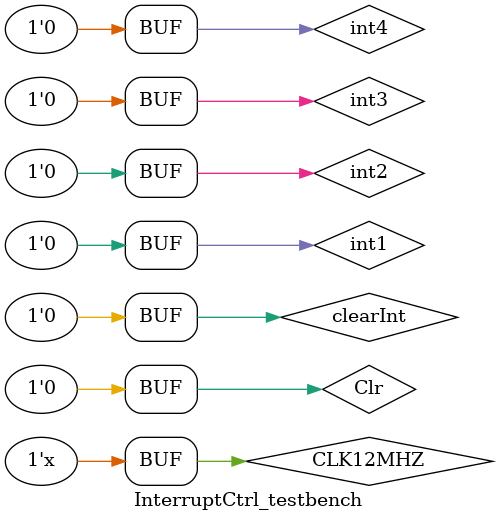
<source format=v>

/*
	Simulation system asserts hard "Clear" for first 100ns
*/	


`timescale 1ns / 1ps

module InterruptCtrl_testbench;

    reg int1;
    reg int2;
    reg int3;
    reg int4;
    reg clearInt;
    
    reg Clr = 0;       // active high, connected to button 0
    reg CLK12MHZ = 0;

    wire Interrupt;

    InterruptCtrl 
        IC1 (.in1 (int1), .in2 (int2), .in3 (int3), .in4 (int4),
             .clearInterrupt (clearInt), .Clr (Clr), .Clk (CLK12MHZ), .interrupt (Interrupt));

    //
    // test bench initializations
    //    
    initial
    begin
        $display ("module: %m");
        Clr = 1'b1;
        #50 Clr = 0;  // clear is active high
    end
    
    //
    // clock period
    //
    always
        #5 CLK12MHZ = ~CLK12MHZ;  
        
    initial
    begin
        int1 = 0;
        int2 = 0;
        int3 = 0;
        int4 = 0;
        clearInt = 0;
    
        #92 int1 = 1;
        #40 int1 = 0;
    
        #40 clearInt = 1;
        #40 clearInt = 0;
    
        #40 int3 = 1;
        #40 int3 = 0;
    
        #40 clearInt = 1;
        #40 clearInt = 0;
    end


endmodule

</source>
